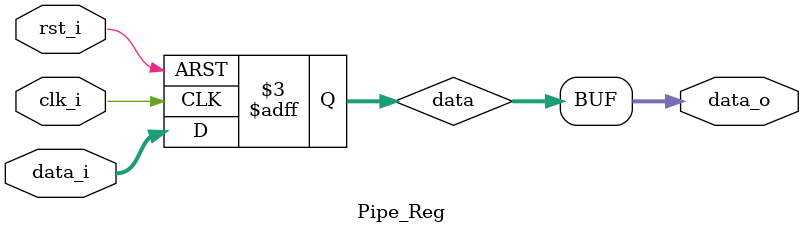
<source format=v>
module Pipe_Reg
	#(parameter size = 5)
	(
	 // Input  Declaration
	 input  rst_i,
	 input  clk_i,
	 input  [size-1:0]data_i,
	 // Output Declaration
	 output [size-1:0]data_o
	);
//*****************************************************************************
	// Global variables Declaration
	// System
	reg [size-1:0]data;
	// System conection
	// Output
	assign data_o = data;
//*****************************************************************************
	always @(posedge clk_i or negedge rst_i) begin
		if(!rst_i) data <= 0;
		else data <= data_i;
	end
//*****************************************************************************
endmodule

</source>
